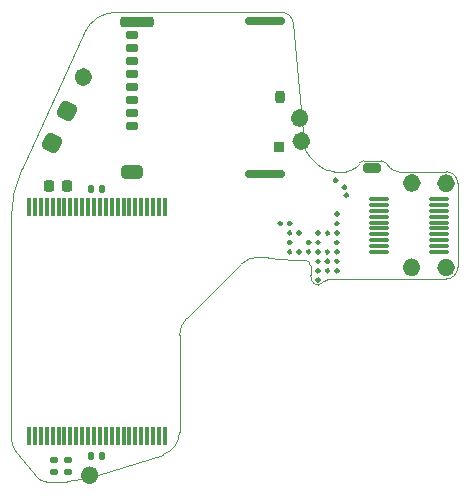
<source format=gbr>
%TF.GenerationSoftware,KiCad,Pcbnew,8.0.0-rc1-4-g5bc78f7d9f*%
%TF.CreationDate,2024-02-16T20:23:17-05:00*%
%TF.ProjectId,cafeFlex,63616665-466c-4657-982e-6b696361645f,3*%
%TF.SameCoordinates,Original*%
%TF.FileFunction,Soldermask,Top*%
%TF.FilePolarity,Negative*%
%FSLAX46Y46*%
G04 Gerber Fmt 4.6, Leading zero omitted, Abs format (unit mm)*
G04 Created by KiCad (PCBNEW 8.0.0-rc1-4-g5bc78f7d9f) date 2024-02-16 20:23:17*
%MOMM*%
%LPD*%
G01*
G04 APERTURE LIST*
G04 Aperture macros list*
%AMRoundRect*
0 Rectangle with rounded corners*
0 $1 Rounding radius*
0 $2 $3 $4 $5 $6 $7 $8 $9 X,Y pos of 4 corners*
0 Add a 4 corners polygon primitive as box body*
4,1,4,$2,$3,$4,$5,$6,$7,$8,$9,$2,$3,0*
0 Add four circle primitives for the rounded corners*
1,1,$1+$1,$2,$3*
1,1,$1+$1,$4,$5*
1,1,$1+$1,$6,$7*
1,1,$1+$1,$8,$9*
0 Add four rect primitives between the rounded corners*
20,1,$1+$1,$2,$3,$4,$5,0*
20,1,$1+$1,$4,$5,$6,$7,0*
20,1,$1+$1,$6,$7,$8,$9,0*
20,1,$1+$1,$8,$9,$2,$3,0*%
G04 Aperture macros list end*
%ADD10C,0.255000*%
%ADD11C,0.755000*%
%ADD12RoundRect,0.375000X-0.498347X-0.181384X0.181384X-0.498347X0.498347X0.181384X-0.181384X0.498347X0*%
%ADD13RoundRect,0.175000X0.375000X-0.175000X0.375000X0.175000X-0.375000X0.175000X-0.375000X-0.175000X0*%
%ADD14RoundRect,0.225000X0.240000X-0.225000X0.240000X0.225000X-0.240000X0.225000X-0.240000X-0.225000X0*%
%ADD15RoundRect,0.195000X0.195000X0.330000X-0.195000X0.330000X-0.195000X-0.330000X0.195000X-0.330000X0*%
%ADD16RoundRect,0.175000X1.490000X-0.175000X1.490000X0.175000X-1.490000X0.175000X-1.490000X-0.175000X0*%
%ADD17RoundRect,0.215000X1.185000X-0.215000X1.185000X0.215000X-1.185000X0.215000X-1.185000X-0.215000X0*%
%ADD18RoundRect,0.285000X0.630000X-0.285000X0.630000X0.285000X-0.630000X0.285000X-0.630000X-0.285000X0*%
%ADD19RoundRect,0.135000X0.185000X-0.135000X0.185000X0.135000X-0.185000X0.135000X-0.185000X-0.135000X0*%
%ADD20RoundRect,0.075000X0.075000X-0.712500X0.075000X0.712500X-0.075000X0.712500X-0.075000X-0.712500X0*%
%ADD21RoundRect,0.140000X-0.140000X-0.170000X0.140000X-0.170000X0.140000X0.170000X-0.140000X0.170000X0*%
%ADD22RoundRect,0.225000X0.225000X0.250000X-0.225000X0.250000X-0.225000X-0.250000X0.225000X-0.250000X0*%
%ADD23RoundRect,0.200000X-0.550000X-0.200000X0.550000X-0.200000X0.550000X0.200000X-0.550000X0.200000X0*%
%ADD24RoundRect,0.075000X-0.750000X-0.075000X0.750000X-0.075000X0.750000X0.075000X-0.750000X0.075000X0*%
%TA.AperFunction,Profile*%
%ADD25C,0.010000*%
%TD*%
G04 APERTURE END LIST*
D10*
X211089149Y-72171740D02*
G75*
G02*
X210834149Y-72171740I-127500J0D01*
G01*
X210834149Y-72171740D02*
G75*
G02*
X211089149Y-72171740I127500J0D01*
G01*
X209489149Y-76971740D02*
G75*
G02*
X209234149Y-76971740I-127500J0D01*
G01*
X209234149Y-76971740D02*
G75*
G02*
X209489149Y-76971740I127500J0D01*
G01*
X210289149Y-78571740D02*
G75*
G02*
X210034149Y-78571740I-127500J0D01*
G01*
X210034149Y-78571740D02*
G75*
G02*
X210289149Y-78571740I127500J0D01*
G01*
D11*
X207386634Y-65633781D02*
G75*
G02*
X206631634Y-65633781I-377500J0D01*
G01*
X206631634Y-65633781D02*
G75*
G02*
X207386634Y-65633781I377500J0D01*
G01*
D10*
X208689149Y-76971740D02*
G75*
G02*
X208434149Y-76971740I-127500J0D01*
G01*
X208434149Y-76971740D02*
G75*
G02*
X208689149Y-76971740I127500J0D01*
G01*
X210184917Y-70909284D02*
G75*
G02*
X209929917Y-70909284I-127500J0D01*
G01*
X209929917Y-70909284D02*
G75*
G02*
X210184917Y-70909284I127500J0D01*
G01*
X210289149Y-73771740D02*
G75*
G02*
X210034149Y-73771740I-127500J0D01*
G01*
X210034149Y-73771740D02*
G75*
G02*
X210289149Y-73771740I127500J0D01*
G01*
X210289149Y-77771740D02*
G75*
G02*
X210034149Y-77771740I-127500J0D01*
G01*
X210034149Y-77771740D02*
G75*
G02*
X210289149Y-77771740I127500J0D01*
G01*
D11*
X189070917Y-62163701D02*
G75*
G02*
X188315917Y-62163701I-377500J0D01*
G01*
X188315917Y-62163701D02*
G75*
G02*
X189070917Y-62163701I377500J0D01*
G01*
D10*
X207889149Y-76971740D02*
G75*
G02*
X207634149Y-76971740I-127500J0D01*
G01*
X207634149Y-76971740D02*
G75*
G02*
X207889149Y-76971740I127500J0D01*
G01*
D11*
X216860792Y-78281754D02*
G75*
G02*
X216105792Y-78281754I-377500J0D01*
G01*
X216105792Y-78281754D02*
G75*
G02*
X216860792Y-78281754I377500J0D01*
G01*
X219782486Y-71157675D02*
G75*
G02*
X219027486Y-71157675I-377500J0D01*
G01*
X219027486Y-71157675D02*
G75*
G02*
X219782486Y-71157675I377500J0D01*
G01*
D10*
X210289149Y-75371740D02*
G75*
G02*
X210034149Y-75371740I-127500J0D01*
G01*
X210034149Y-75371740D02*
G75*
G02*
X210289149Y-75371740I127500J0D01*
G01*
X208689149Y-77771740D02*
G75*
G02*
X208434149Y-77771740I-127500J0D01*
G01*
X208434149Y-77771740D02*
G75*
G02*
X208689149Y-77771740I127500J0D01*
G01*
X210289149Y-76971740D02*
G75*
G02*
X210034149Y-76971740I-127500J0D01*
G01*
X210034149Y-76971740D02*
G75*
G02*
X210289149Y-76971740I127500J0D01*
G01*
X207089149Y-75371740D02*
G75*
G02*
X206834149Y-75371740I-127500J0D01*
G01*
X206834149Y-75371740D02*
G75*
G02*
X207089149Y-75371740I127500J0D01*
G01*
X205489149Y-74571740D02*
G75*
G02*
X205234149Y-74571740I-127500J0D01*
G01*
X205234149Y-74571740D02*
G75*
G02*
X205489149Y-74571740I127500J0D01*
G01*
X208689149Y-76171740D02*
G75*
G02*
X208434149Y-76171740I-127500J0D01*
G01*
X208434149Y-76171740D02*
G75*
G02*
X208689149Y-76171740I127500J0D01*
G01*
X210289149Y-74571740D02*
G75*
G02*
X210034149Y-74571740I-127500J0D01*
G01*
X210034149Y-74571740D02*
G75*
G02*
X210289149Y-74571740I127500J0D01*
G01*
X206289149Y-76171740D02*
G75*
G02*
X206034149Y-76171740I-127500J0D01*
G01*
X206034149Y-76171740D02*
G75*
G02*
X206289149Y-76171740I127500J0D01*
G01*
X208689149Y-79371740D02*
G75*
G02*
X208434149Y-79371740I-127500J0D01*
G01*
X208434149Y-79371740D02*
G75*
G02*
X208689149Y-79371740I127500J0D01*
G01*
X210289149Y-76171740D02*
G75*
G02*
X210034149Y-76171740I-127500J0D01*
G01*
X210034149Y-76171740D02*
G75*
G02*
X210289149Y-76171740I127500J0D01*
G01*
D11*
X219790394Y-78291054D02*
G75*
G02*
X219035394Y-78291054I-377500J0D01*
G01*
X219035394Y-78291054D02*
G75*
G02*
X219790394Y-78291054I377500J0D01*
G01*
X216877050Y-71139183D02*
G75*
G02*
X216122050Y-71139183I-377500J0D01*
G01*
X216122050Y-71139183D02*
G75*
G02*
X216877050Y-71139183I377500J0D01*
G01*
D10*
X208689149Y-75371740D02*
G75*
G02*
X208434149Y-75371740I-127500J0D01*
G01*
X208434149Y-75371740D02*
G75*
G02*
X208689149Y-75371740I127500J0D01*
G01*
D11*
X207528109Y-67586388D02*
G75*
G02*
X206773109Y-67586388I-377500J0D01*
G01*
X206773109Y-67586388D02*
G75*
G02*
X207528109Y-67586388I377500J0D01*
G01*
X189609352Y-95879163D02*
G75*
G02*
X188854352Y-95879163I-377500J0D01*
G01*
X188854352Y-95879163D02*
G75*
G02*
X189609352Y-95879163I377500J0D01*
G01*
D10*
X206289149Y-76971740D02*
G75*
G02*
X206034149Y-76971740I-127500J0D01*
G01*
X206034149Y-76971740D02*
G75*
G02*
X206289149Y-76971740I127500J0D01*
G01*
X207089149Y-76971740D02*
G75*
G02*
X206834149Y-76971740I-127500J0D01*
G01*
X206834149Y-76971740D02*
G75*
G02*
X207089149Y-76971740I127500J0D01*
G01*
X210927751Y-71508218D02*
G75*
G02*
X210672751Y-71508218I-127500J0D01*
G01*
X210672751Y-71508218D02*
G75*
G02*
X210927751Y-71508218I127500J0D01*
G01*
X209489149Y-75371740D02*
G75*
G02*
X209234149Y-75371740I-127500J0D01*
G01*
X209234149Y-75371740D02*
G75*
G02*
X209489149Y-75371740I127500J0D01*
G01*
X209489149Y-77771740D02*
G75*
G02*
X209234149Y-77771740I-127500J0D01*
G01*
X209234149Y-77771740D02*
G75*
G02*
X209489149Y-77771740I127500J0D01*
G01*
X208689149Y-78571740D02*
G75*
G02*
X208434149Y-78571740I-127500J0D01*
G01*
X208434149Y-78571740D02*
G75*
G02*
X208689149Y-78571740I127500J0D01*
G01*
X207889149Y-76171740D02*
G75*
G02*
X207634149Y-76171740I-127500J0D01*
G01*
X207634149Y-76171740D02*
G75*
G02*
X207889149Y-76171740I127500J0D01*
G01*
X206289149Y-74571740D02*
G75*
G02*
X206034149Y-74571740I-127500J0D01*
G01*
X206034149Y-74571740D02*
G75*
G02*
X206289149Y-74571740I127500J0D01*
G01*
X206289149Y-75371740D02*
G75*
G02*
X206034149Y-75371740I-127500J0D01*
G01*
X206034149Y-75371740D02*
G75*
G02*
X206289149Y-75371740I127500J0D01*
G01*
X209489149Y-78571740D02*
G75*
G02*
X209234149Y-78571740I-127500J0D01*
G01*
X209234149Y-78571740D02*
G75*
G02*
X209489149Y-78571740I127500J0D01*
G01*
D12*
X187295000Y-65055000D03*
D13*
X192780247Y-66298950D03*
X192780247Y-65198950D03*
X192780247Y-64098950D03*
X192780247Y-62998950D03*
X192780247Y-61898950D03*
X192780247Y-60798950D03*
X192780247Y-59698950D03*
X192780247Y-58598950D03*
D14*
X205245247Y-68088950D03*
D15*
X205320247Y-63823950D03*
D16*
X204045247Y-57438950D03*
D17*
X193280247Y-57518950D03*
D18*
X192795247Y-70178950D03*
D16*
X204045247Y-70398950D03*
D19*
X186243980Y-95643583D03*
X186243980Y-94623583D03*
D12*
X186025000Y-67705000D03*
D20*
X184095247Y-92541450D03*
X184595247Y-92541450D03*
X185095247Y-92541450D03*
X185595247Y-92541450D03*
X186095247Y-92541450D03*
X186595247Y-92541450D03*
X187095247Y-92541450D03*
X187595247Y-92541450D03*
X188095247Y-92541450D03*
X188595247Y-92541450D03*
X189095247Y-92541450D03*
X189595247Y-92541450D03*
X190095247Y-92541450D03*
X190595247Y-92541450D03*
X191095247Y-92541450D03*
X191595247Y-92541450D03*
X192095247Y-92541450D03*
X192595247Y-92541450D03*
X193095247Y-92541450D03*
X193595247Y-92541450D03*
X194095247Y-92541450D03*
X194595247Y-92541450D03*
X195095247Y-92541450D03*
X195595247Y-92541450D03*
X195595247Y-73166450D03*
X195095247Y-73166450D03*
X194595247Y-73166450D03*
X194095247Y-73166450D03*
X193595247Y-73166450D03*
X193095247Y-73166450D03*
X192595247Y-73166450D03*
X192095247Y-73166450D03*
X191595247Y-73166450D03*
X191095247Y-73166450D03*
X190595247Y-73166450D03*
X190095247Y-73166450D03*
X189595247Y-73166450D03*
X189095247Y-73166450D03*
X188595247Y-73166450D03*
X188095247Y-73166450D03*
X187595247Y-73166450D03*
X187095247Y-73166450D03*
X186595247Y-73166450D03*
X186095247Y-73166450D03*
X185595247Y-73166450D03*
X185095247Y-73166450D03*
X184595247Y-73166450D03*
X184095247Y-73166450D03*
D21*
X189345247Y-94263950D03*
X190305247Y-94263950D03*
D19*
X187433980Y-95643583D03*
X187433980Y-94623583D03*
D22*
X187322099Y-71387557D03*
X185772099Y-71387557D03*
D21*
X189345247Y-71633950D03*
X190305247Y-71633950D03*
D23*
X213175000Y-69875000D03*
D24*
X213725000Y-76980000D03*
X213725000Y-76480000D03*
X213725000Y-75980000D03*
X213725000Y-75480000D03*
X213725000Y-74980000D03*
X213725000Y-74480000D03*
X213725000Y-73980000D03*
X213725000Y-73480000D03*
X213725000Y-72980000D03*
X213725000Y-72480000D03*
X218825000Y-72480000D03*
X218825000Y-72980000D03*
X218825000Y-73480000D03*
X218825000Y-73980000D03*
X218825000Y-74480000D03*
X218825000Y-74980000D03*
X218825000Y-75480000D03*
X218825000Y-75980000D03*
X218825000Y-76480000D03*
X218825000Y-76980000D03*
D25*
X208002264Y-79307523D02*
G75*
G02*
X207939804Y-78959627I937236J347823D01*
G01*
X202064585Y-77999201D02*
G75*
G02*
X203474064Y-77418111I1409415J-1418699D01*
G01*
X182589797Y-74103596D02*
X182589797Y-92694033D01*
X211728382Y-69824893D02*
G75*
G02*
X210974324Y-70168108I-754082J656793D01*
G01*
X196839797Y-92217931D02*
G75*
G02*
X195435260Y-94127197I-1999997J31D01*
G01*
X208501386Y-69566249D02*
X207901345Y-68952468D01*
X182589797Y-74103596D02*
G75*
G02*
X183501507Y-69931921I9999503J96D01*
G01*
X197430318Y-82602596D02*
X202064585Y-77999201D01*
X205482345Y-56687886D02*
G75*
G02*
X206477312Y-57603086I-1445J-1000014D01*
G01*
X209033092Y-79447078D02*
G75*
G02*
X208578364Y-79739249I-454792J207878D01*
G01*
X214630524Y-69824902D02*
X214278925Y-69421202D01*
X212079991Y-69421196D02*
G75*
G02*
X212457031Y-69249574I377109J-328504D01*
G01*
X215384616Y-70168133D02*
G75*
G02*
X214630506Y-69824917I-16J1000033D01*
G01*
X219398478Y-70168133D02*
G75*
G02*
X220398466Y-71169205I22J-999967D01*
G01*
X207338679Y-67723952D02*
X206477329Y-57603085D01*
X208002264Y-79307523D02*
X208066022Y-79447024D01*
X220390868Y-78269243D02*
X220398477Y-71169205D01*
X183053355Y-93974402D02*
G75*
G02*
X182589818Y-92694033I1536345J1280302D01*
G01*
X209033092Y-79447078D02*
X209367274Y-79291822D01*
X205482345Y-56687886D02*
X191513697Y-56668133D01*
X207901345Y-68952468D02*
G75*
G02*
X207338716Y-67723949I1430155J1398068D01*
G01*
X185558172Y-96418133D02*
G75*
G02*
X184789927Y-96058337I-72J999933D01*
G01*
X212079991Y-69421196D02*
X211728382Y-69824893D01*
X209367274Y-79291823D02*
G75*
G02*
X209472598Y-79268557I105326J-226777D01*
G01*
X219398478Y-70168133D02*
X215384616Y-70168133D01*
X188787208Y-58416630D02*
X183501502Y-69931919D01*
X196839797Y-84021528D02*
G75*
G02*
X197430303Y-82602581I2000003J28D01*
G01*
X220390867Y-78269243D02*
G75*
G02*
X219390906Y-79268168I-999967J1043D01*
G01*
X206187819Y-77668133D02*
G75*
G02*
X205415935Y-77608194I-19J4999833D01*
G01*
X185558172Y-96418133D02*
X187328188Y-96418133D01*
X208520777Y-79739183D02*
G75*
G02*
X208065997Y-79447035I23J500083D01*
G01*
X208520777Y-79739183D02*
X208578364Y-79739183D01*
X213901879Y-69249587D02*
G75*
G02*
X214278940Y-69421189I21J-500013D01*
G01*
X206187819Y-77668133D02*
X207439797Y-77668133D01*
X188787208Y-58416630D02*
G75*
G02*
X191513697Y-56668111I2726492J-1251470D01*
G01*
X183053355Y-93974402D02*
X184789951Y-96058317D01*
X210974324Y-70168110D02*
X209931516Y-70168133D01*
X207939797Y-78168133D02*
X207939797Y-78959627D01*
X188816869Y-96191378D02*
G75*
G02*
X187328188Y-96418132I-1488669J4773278D01*
G01*
X209931516Y-70168133D02*
G75*
G02*
X208501371Y-69566264I-16J2000033D01*
G01*
X204352996Y-77442109D02*
X205415935Y-77608193D01*
X212457031Y-69249587D02*
X213901879Y-69249587D01*
X203474064Y-77418133D02*
X204044242Y-77418133D01*
X196839797Y-92217931D02*
X196839797Y-84021528D01*
X209472598Y-79268548D02*
X219390906Y-79268171D01*
X207439797Y-77668133D02*
G75*
G02*
X207939767Y-78168133I3J-499967D01*
G01*
X204044242Y-77418133D02*
G75*
G02*
X204352995Y-77442116I-42J-1999967D01*
G01*
X188816867Y-96191375D02*
X195435269Y-94127227D01*
M02*

</source>
